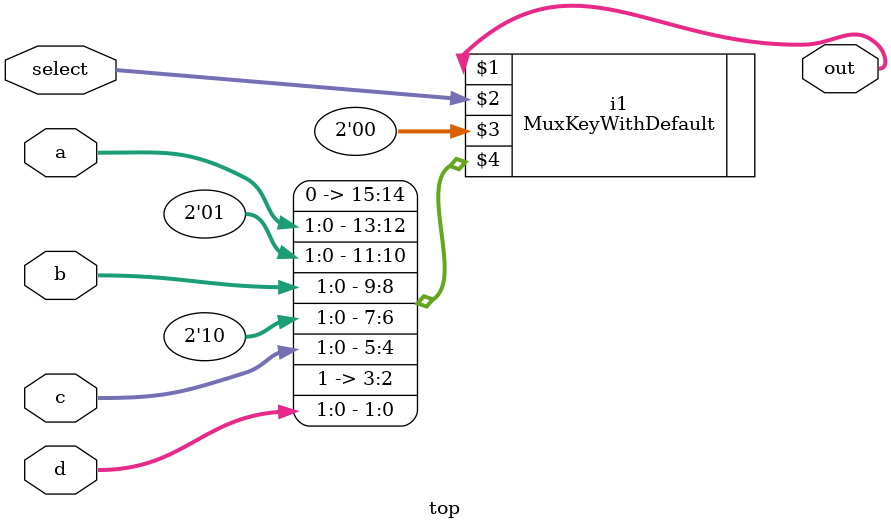
<source format=v>
module top(
  input [1:0] select,a,b,c,d,
  output [1:0] out
);
  MuxKeyWithDefault #(4, 2,2) i1 (out,select,2'b00,{2'b00,a,2'b01,b,2'b10,c,2'b11,d});
endmodule

</source>
